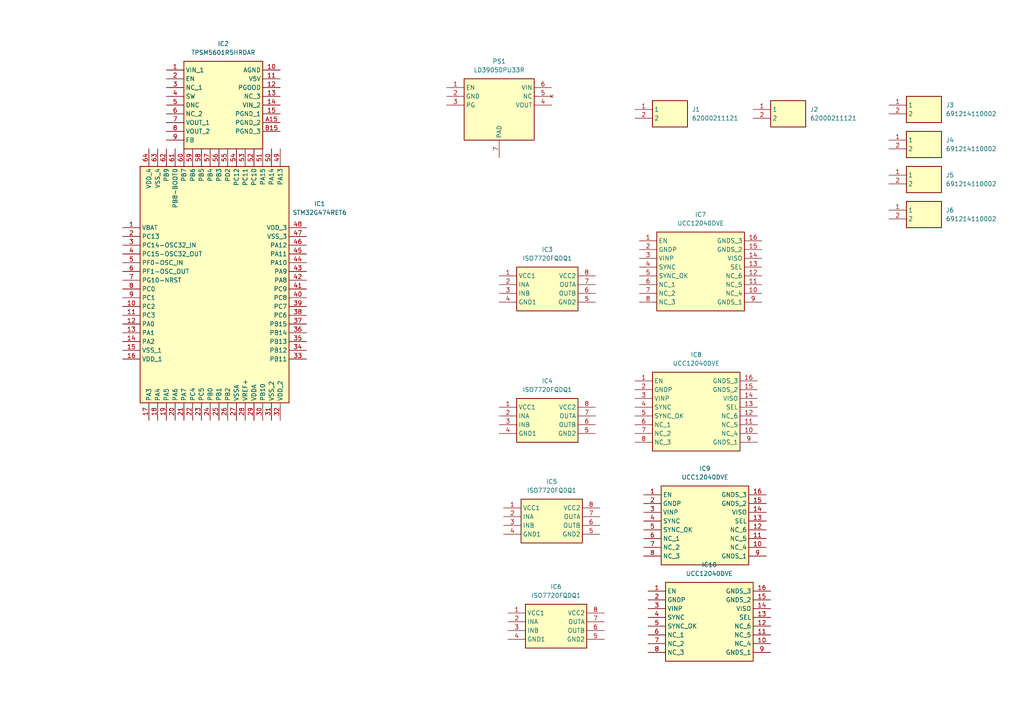
<source format=kicad_sch>
(kicad_sch (version 20230121) (generator eeschema)
  (paper "A4")
  (lib_symbols
    (symbol "SamacSys_Parts:62000211121"
      (property "Reference" "J" (at 16.51 7.62 0))
      (property "Value" "62000211121" (at 16.51 5.08 0))
      (symbol "62000211121_1_1"
        (rectangle (start 5.08 2.54) (end 15.24 -5.08) (stroke (width 0.254)) (fill (type background)))
        (pin passive line (at 0 0 0) (length 5.08) (name "1") (number "1"))
        (pin passive line (at 0 -2.54 0) (length 5.08) (name "2") (number "2"))
      )
    )
    (symbol "SamacSys_Parts:691214110002"
      (property "Reference" "J" (at 16.51 7.62 0))
      (property "Value" "691214110002" (at 16.51 5.08 0))
      (symbol "691214110002_1_1"
        (rectangle (start 5.08 2.54) (end 15.24 -5.08) (stroke (width 0.254)) (fill (type background)))
        (pin passive line (at 0 0 0) (length 5.08) (name "1") (number "1"))
        (pin passive line (at 0 -2.54 0) (length 5.08) (name "2") (number "2"))
      )
    )
    (symbol "SamacSys_Parts:ISO7720FQDQ1"
      (property "Reference" "IC" (at 24.13 7.62 0))
      (property "Value" "ISO7720FQDQ1" (at 24.13 5.08 0))
      (symbol "ISO7720FQDQ1_1_1"
        (rectangle (start 5.08 2.54) (end 22.86 -10.16) (stroke (width 0.254)) (fill (type background)))
        (pin passive line (at 0 0 0) (length 5.08) (name "VCC1") (number "1"))
        (pin passive line (at 0 -2.54 0) (length 5.08) (name "INA") (number "2"))
        (pin passive line (at 0 -5.08 0) (length 5.08) (name "INB") (number "3"))
        (pin passive line (at 0 -7.62 0) (length 5.08) (name "GND1") (number "4"))
        (pin passive line (at 27.94 -7.62 180) (length 5.08) (name "GND2") (number "5"))
        (pin passive line (at 27.94 -5.08 180) (length 5.08) (name "OUTB") (number "6"))
        (pin passive line (at 27.94 -2.54 180) (length 5.08) (name "OUTA") (number "7"))
        (pin passive line (at 27.94 0 180) (length 5.08) (name "VCC2") (number "8"))
      )
    )
    (symbol "SamacSys_Parts:LD39050PU33R"
      (property "Reference" "PS" (at 26.67 7.62 0))
      (property "Value" "LD39050PU33R" (at 26.67 5.08 0))
      (symbol "LD39050PU33R_1_1"
        (rectangle (start 5.08 2.54) (end 25.4 -15.24) (stroke (width 0.254)) (fill (type background)))
        (pin input line (at 0 0 0) (length 5.08) (name "EN") (number "1"))
        (pin power_in line (at 0 -2.54 0) (length 5.08) (name "GND") (number "2"))
        (pin output line (at 0 -5.08 0) (length 5.08) (name "PG") (number "3"))
        (pin output line (at 30.48 -5.08 180) (length 5.08) (name "VOUT") (number "4"))
        (pin no_connect line (at 30.48 -2.54 180) (length 5.08) (name "NC") (number "5"))
        (pin power_in line (at 30.48 0 180) (length 5.08) (name "VIN") (number "6"))
        (pin power_in line (at 15.24 -20.32 90) (length 5.08) (name "PAD") (number "7"))
      )
    )
    (symbol "SamacSys_Parts:STM32G474RET6"
      (property "Reference" "IC" (at 49.53 22.86 0))
      (property "Value" "STM32G474RET6" (at 49.53 20.32 0))
      (symbol "STM32G474RET6_1_1"
        (rectangle (start 5.08 17.78) (end 48.26 -50.8) (stroke (width 0.254)) (fill (type background)))
        (pin passive line (at 0 0 0) (length 5.08) (name "VBAT") (number "1"))
        (pin passive line (at 0 -22.86 0) (length 5.08) (name "PC2") (number "10"))
        (pin passive line (at 0 -25.4 0) (length 5.08) (name "PC3") (number "11"))
        (pin passive line (at 0 -27.94 0) (length 5.08) (name "PA0") (number "12"))
        (pin passive line (at 0 -30.48 0) (length 5.08) (name "PA1") (number "13"))
        (pin passive line (at 0 -33.02 0) (length 5.08) (name "PA2") (number "14"))
        (pin passive line (at 0 -35.56 0) (length 5.08) (name "VSS_1") (number "15"))
        (pin passive line (at 0 -38.1 0) (length 5.08) (name "VDD_1") (number "16"))
        (pin passive line (at 7.62 -55.88 90) (length 5.08) (name "PA3") (number "17"))
        (pin passive line (at 10.16 -55.88 90) (length 5.08) (name "PA4") (number "18"))
        (pin passive line (at 12.7 -55.88 90) (length 5.08) (name "PA5") (number "19"))
        (pin passive line (at 0 -2.54 0) (length 5.08) (name "PC13") (number "2"))
        (pin passive line (at 15.24 -55.88 90) (length 5.08) (name "PA6") (number "20"))
        (pin passive line (at 17.78 -55.88 90) (length 5.08) (name "PA7") (number "21"))
        (pin passive line (at 20.32 -55.88 90) (length 5.08) (name "PC4") (number "22"))
        (pin passive line (at 22.86 -55.88 90) (length 5.08) (name "PC5") (number "23"))
        (pin passive line (at 25.4 -55.88 90) (length 5.08) (name "PB0") (number "24"))
        (pin passive line (at 27.94 -55.88 90) (length 5.08) (name "PB1") (number "25"))
        (pin passive line (at 30.48 -55.88 90) (length 5.08) (name "PB2") (number "26"))
        (pin passive line (at 33.02 -55.88 90) (length 5.08) (name "VSSA") (number "27"))
        (pin passive line (at 35.56 -55.88 90) (length 5.08) (name "VREF+") (number "28"))
        (pin passive line (at 38.1 -55.88 90) (length 5.08) (name "VDDA") (number "29"))
        (pin passive line (at 0 -5.08 0) (length 5.08) (name "PC14-OSC32_IN") (number "3"))
        (pin passive line (at 40.64 -55.88 90) (length 5.08) (name "PB10") (number "30"))
        (pin passive line (at 43.18 -55.88 90) (length 5.08) (name "VSS_2") (number "31"))
        (pin passive line (at 45.72 -55.88 90) (length 5.08) (name "VDD_2") (number "32"))
        (pin passive line (at 53.34 -38.1 180) (length 5.08) (name "PB11") (number "33"))
        (pin passive line (at 53.34 -35.56 180) (length 5.08) (name "PB12") (number "34"))
        (pin passive line (at 53.34 -33.02 180) (length 5.08) (name "PB13") (number "35"))
        (pin passive line (at 53.34 -30.48 180) (length 5.08) (name "PB14") (number "36"))
        (pin passive line (at 53.34 -27.94 180) (length 5.08) (name "PB15") (number "37"))
        (pin passive line (at 53.34 -25.4 180) (length 5.08) (name "PC6") (number "38"))
        (pin passive line (at 53.34 -22.86 180) (length 5.08) (name "PC7") (number "39"))
        (pin passive line (at 0 -7.62 0) (length 5.08) (name "PC15-OSC32_OUT") (number "4"))
        (pin passive line (at 53.34 -20.32 180) (length 5.08) (name "PC8") (number "40"))
        (pin passive line (at 53.34 -17.78 180) (length 5.08) (name "PC9") (number "41"))
        (pin passive line (at 53.34 -15.24 180) (length 5.08) (name "PA8") (number "42"))
        (pin passive line (at 53.34 -12.7 180) (length 5.08) (name "PA9") (number "43"))
        (pin passive line (at 53.34 -10.16 180) (length 5.08) (name "PA10") (number "44"))
        (pin passive line (at 53.34 -7.62 180) (length 5.08) (name "PA11") (number "45"))
        (pin passive line (at 53.34 -5.08 180) (length 5.08) (name "PA12") (number "46"))
        (pin passive line (at 53.34 -2.54 180) (length 5.08) (name "VSS_3") (number "47"))
        (pin passive line (at 53.34 0 180) (length 5.08) (name "VDD_3") (number "48"))
        (pin passive line (at 45.72 22.86 270) (length 5.08) (name "PA13") (number "49"))
        (pin passive line (at 0 -10.16 0) (length 5.08) (name "PF0-OSC_IN") (number "5"))
        (pin passive line (at 43.18 22.86 270) (length 5.08) (name "PA14") (number "50"))
        (pin passive line (at 40.64 22.86 270) (length 5.08) (name "PA15") (number "51"))
        (pin passive line (at 38.1 22.86 270) (length 5.08) (name "PC10") (number "52"))
        (pin passive line (at 35.56 22.86 270) (length 5.08) (name "PC11") (number "53"))
        (pin passive line (at 33.02 22.86 270) (length 5.08) (name "PC12") (number "54"))
        (pin passive line (at 30.48 22.86 270) (length 5.08) (name "PD2") (number "55"))
        (pin passive line (at 27.94 22.86 270) (length 5.08) (name "PB3") (number "56"))
        (pin passive line (at 25.4 22.86 270) (length 5.08) (name "PB4") (number "57"))
        (pin passive line (at 22.86 22.86 270) (length 5.08) (name "PB5") (number "58"))
        (pin passive line (at 20.32 22.86 270) (length 5.08) (name "PB6") (number "59"))
        (pin passive line (at 0 -12.7 0) (length 5.08) (name "PF1-OSC_OUT") (number "6"))
        (pin passive line (at 17.78 22.86 270) (length 5.08) (name "PB7") (number "60"))
        (pin passive line (at 15.24 22.86 270) (length 5.08) (name "PB8-BOOT0") (number "61"))
        (pin passive line (at 12.7 22.86 270) (length 5.08) (name "PB9") (number "62"))
        (pin passive line (at 10.16 22.86 270) (length 5.08) (name "VSS_4") (number "63"))
        (pin passive line (at 7.62 22.86 270) (length 5.08) (name "VDD_4") (number "64"))
        (pin passive line (at 0 -15.24 0) (length 5.08) (name "PG10-NRST") (number "7"))
        (pin passive line (at 0 -17.78 0) (length 5.08) (name "PC0") (number "8"))
        (pin passive line (at 0 -20.32 0) (length 5.08) (name "PC1") (number "9"))
      )
    )
    (symbol "SamacSys_Parts:TPSM5601R5HRDAR"
      (property "Reference" "IC" (at 29.21 7.62 0))
      (property "Value" "TPSM5601R5HRDAR" (at 29.21 5.08 0))
      (symbol "TPSM5601R5HRDAR_1_1"
        (rectangle (start 5.08 2.54) (end 27.94 -22.86) (stroke (width 0.254)) (fill (type background)))
        (pin passive line (at 0 0 0) (length 5.08) (name "VIN_1") (number "1"))
        (pin passive line (at 33.02 0 180) (length 5.08) (name "AGND") (number "10"))
        (pin passive line (at 33.02 -2.54 180) (length 5.08) (name "V5V") (number "11"))
        (pin passive line (at 33.02 -5.08 180) (length 5.08) (name "PGOOD") (number "12"))
        (pin passive line (at 33.02 -7.62 180) (length 5.08) (name "NC_3") (number "13"))
        (pin passive line (at 33.02 -10.16 180) (length 5.08) (name "VIN_2") (number "14"))
        (pin passive line (at 33.02 -12.7 180) (length 5.08) (name "PGND_1") (number "15"))
        (pin passive line (at 0 -2.54 0) (length 5.08) (name "EN") (number "2"))
        (pin passive line (at 0 -5.08 0) (length 5.08) (name "NC_1") (number "3"))
        (pin passive line (at 0 -7.62 0) (length 5.08) (name "SW") (number "4"))
        (pin passive line (at 0 -10.16 0) (length 5.08) (name "DNC") (number "5"))
        (pin passive line (at 0 -12.7 0) (length 5.08) (name "NC_2") (number "6"))
        (pin passive line (at 0 -15.24 0) (length 5.08) (name "VOUT_1") (number "7"))
        (pin passive line (at 0 -17.78 0) (length 5.08) (name "VOUT_2") (number "8"))
        (pin passive line (at 0 -20.32 0) (length 5.08) (name "FB") (number "9"))
        (pin passive line (at 33.02 -15.24 180) (length 5.08) (name "PGND_2") (number "A15"))
        (pin passive line (at 33.02 -17.78 180) (length 5.08) (name "PGND_3") (number "B15"))
      )
    )
    (symbol "SamacSys_Parts:TSZU52C3V3_RGG" (pin_names hide)
      (property "Reference" "Z" (at 10.16 8.89 0))
      (property "Value" "TSZU52C3V3_RGG" (at 10.16 6.35 0))
      (symbol "TSZU52C3V3_RGG_1_1"
        (polyline (pts (xy 2.54 0) (xy 5.08 0)) (stroke (width 0.254)))
        (polyline (pts (xy 4.064 -2.54) (xy 5.08 -2.032)) (stroke (width 0.254)))
        (polyline (pts (xy 5.08 2.032) (xy 5.08 -2.032)) (stroke (width 0.254)))
        (polyline (pts (xy 5.08 2.032) (xy 6.096 2.54)) (stroke (width 0.254)))
        (polyline (pts (xy 12.7 0) (xy 10.16 0)) (stroke (width 0.254)))
        (polyline (pts (xy 5.08 0) (xy 10.16 2.54) (xy 10.16 -2.54) (xy 5.08 0)) (stroke (width 0.254)) (fill (type outline)))
        (pin passive line (at 0 0 0) (length 2.54) (name "K") (number "1"))
        (pin passive line (at 15.24 0 180) (length 2.54) (name "A") (number "2"))
      )
    )
    (symbol "SamacSys_Parts:UCC12040DVE"
      (property "Reference" "IC" (at 31.75 7.62 0))
      (property "Value" "UCC12040DVE" (at 31.75 5.08 0))
      (symbol "UCC12040DVE_1_1"
        (rectangle (start 5.08 2.54) (end 30.48 -20.32) (stroke (width 0.254)) (fill (type background)))
        (pin passive line (at 0 0 0) (length 5.08) (name "EN") (number "1"))
        (pin passive line (at 35.56 -15.24 180) (length 5.08) (name "NC_4") (number "10"))
        (pin passive line (at 35.56 -12.7 180) (length 5.08) (name "NC_5") (number "11"))
        (pin passive line (at 35.56 -10.16 180) (length 5.08) (name "NC_6") (number "12"))
        (pin passive line (at 35.56 -7.62 180) (length 5.08) (name "SEL") (number "13"))
        (pin passive line (at 35.56 -5.08 180) (length 5.08) (name "VISO") (number "14"))
        (pin passive line (at 35.56 -2.54 180) (length 5.08) (name "GNDS_2") (number "15"))
        (pin passive line (at 35.56 0 180) (length 5.08) (name "GNDS_3") (number "16"))
        (pin passive line (at 0 -2.54 0) (length 5.08) (name "GNDP") (number "2"))
        (pin passive line (at 0 -5.08 0) (length 5.08) (name "VINP") (number "3"))
        (pin passive line (at 0 -7.62 0) (length 5.08) (name "SYNC") (number "4"))
        (pin passive line (at 0 -10.16 0) (length 5.08) (name "SYNC_OK") (number "5"))
        (pin passive line (at 0 -12.7 0) (length 5.08) (name "NC_1") (number "6"))
        (pin passive line (at 0 -15.24 0) (length 5.08) (name "NC_2") (number "7"))
        (pin passive line (at 0 -17.78 0) (length 5.08) (name "NC_3") (number "8"))
        (pin passive line (at 35.56 -17.78 180) (length 5.08) (name "GNDS_1") (number "9"))
      )
    )
  )
  (symbol (lib_id "SamacSys_Parts:ISO7720FQDQ1") (at 147.32 177.8 0) (unit 1)
    (property "Reference" "IC6" (at 161.29 170.18 0))
    (property "Value" "ISO7720FQDQ1" (at 161.29 172.72 0))
    (property "Footprint" "SOIC127P600X175-8N" (effects hide))
    (property "Datasheet" "http://www.ti.com/lit/gpn/ISO7720-Q1" (effects hide))
    (property "Height" "1.75" (effects hide))
    (property "Mouser Part Number" "595-ISO7720FQDQ1" (effects hide))
    (property "Mouser Price/Stock" "https://www.mouser.co.uk/ProductDetail/Texas-Instruments/ISO7720FQDQ1?qs=5aG0NVq1C4zDsk0s%2F94qMQ%3D%3D" (effects hide))
    (property "Manufacturer_Name" "Texas Instruments" (effects hide))
    (property "Manufacturer_Part_Number" "ISO7720FQDQ1" (effects hide))
  )
  (symbol (lib_id "SamacSys_Parts:691214110002") (at 257.81 30.48 0) (unit 1)
    (property "Reference" "J3" (at 274.32 30.48 0) (effects (justify left)))
    (property "Value" "691214110002" (at 274.32 33.02 0) (effects (justify left)))
    (property "Footprint" "691214110002" (effects hide))
    (property "Height" "8.7" (effects hide))
    (property "Mouser Part Number" "710-691214110002" (effects hide))
    (property "Mouser Price/Stock" "https://www.mouser.co.uk/ProductDetail/Wurth-Elektronik/691214110002?qs=7gQLVZk5cPmb9EqUyfv%252B2g%3D%3D" (effects hide))
    (property "Manufacturer_Name" "Wurth Elektronik" (effects hide))
    (property "Manufacturer_Part_Number" "691214110002" (effects hide))
  )
  (symbol (lib_id "SamacSys_Parts:LD39050PU33R") (at 129.54 25.4 0) (unit 1)
    (property "Reference" "PS1" (at 144.78 17.78 0))
    (property "Value" "LD39050PU33R" (at 144.78 20.32 0))
    (property "Footprint" "SON95P300X300X100-7N-D" (effects hide))
    (property "Datasheet" "https://componentsearchengine.com/Datasheets/2/LD39050PU33R.pdf" (effects hide))
    (property "Height" "1" (effects hide))
    (property "Mouser Part Number" "511-LD39050PU33R" (effects hide))
    (property "Mouser Price/Stock" "https://www.mouser.co.uk/ProductDetail/STMicroelectronics/LD39050PU33R?qs=5HwTSiuA5HCrgw9sKi%2FGcQ%3D%3D" (effects hide))
    (property "Manufacturer_Name" "STMicroelectronics" (effects hide))
    (property "Manufacturer_Part_Number" "LD39050PU33R" (effects hide))
  )
  (symbol (lib_id "SamacSys_Parts:TSZU52C3V3_RGG") (at 346.71 43.18 270) (unit 1)
    (property "Reference" "Z2" (at 350.52 49.53 90) (effects (justify left)))
    (property "Value" "TSZU52C3V3_RGG" (at 350.52 52.07 90) (effects (justify left)))
    (property "Footprint" "TSZU52C3V3RGG" (effects hide))
    (property "Datasheet" "https://www.taiwansemi.com/assets/uploads/datasheet/TSZU52C2V0%20SERIES_G2009.pdf" (effects hide))
    (property "Height" "0.85" (effects hide))
    (property "Mouser Part Number" "821-TSZU52C3V3RGG" (effects hide))
    (property "Mouser Price/Stock" "https://www.mouser.co.uk/ProductDetail/Taiwan-Semiconductor/TSZU52C3V3-RGG?qs=QEzMiVqgwc2LOQHSCGq8kg%3D%3D" (effects hide))
    (property "Manufacturer_Name" "Taiwan Semiconductor" (effects hide))
    (property "Manufacturer_Part_Number" "TSZU52C3V3 RGG" (effects hide))
  )
  (symbol (lib_id "SamacSys_Parts:STM32G474RET6") (at 35.56 66.04 0) (unit 1)
    (property "Reference" "IC1" (at 92.71 59.1119 0))
    (property "Value" "STM32G474RET6" (at 92.71 61.6519 0))
    (property "Footprint" "QFP50P1200X1200X160-64N" (effects hide))
    (property "Datasheet" "https://www.st.com/resource/en/datasheet/stm32g474re.pdf" (effects hide))
    (property "Height" "1.6" (effects hide))
    (property "Mouser Part Number" "511-STM32G474RET6" (effects hide))
    (property "Mouser Price/Stock" "https://www.mouser.co.uk/ProductDetail/STMicroelectronics/STM32G474RET6?qs=PzGy0jfpSMvUBs7PMTDqlg%3D%3D" (effects hide))
    (property "Manufacturer_Name" "STMicroelectronics" (effects hide))
    (property "Manufacturer_Part_Number" "STM32G474RET6" (effects hide))
  )
  (symbol (lib_id "SamacSys_Parts:691214110002") (at 257.81 40.64 0) (unit 1)
    (property "Reference" "J4" (at 274.32 40.64 0) (effects (justify left)))
    (property "Value" "691214110002" (at 274.32 43.18 0) (effects (justify left)))
    (property "Footprint" "691214110002" (effects hide))
    (property "Height" "8.7" (effects hide))
    (property "Mouser Part Number" "710-691214110002" (effects hide))
    (property "Mouser Price/Stock" "https://www.mouser.co.uk/ProductDetail/Wurth-Elektronik/691214110002?qs=7gQLVZk5cPmb9EqUyfv%252B2g%3D%3D" (effects hide))
    (property "Manufacturer_Name" "Wurth Elektronik" (effects hide))
    (property "Manufacturer_Part_Number" "691214110002" (effects hide))
  )
  (symbol (lib_id "SamacSys_Parts:UCC12040DVE") (at 184.15 110.49 0) (unit 1)
    (property "Reference" "IC8" (at 201.93 102.87 0))
    (property "Value" "UCC12040DVE" (at 201.93 105.41 0))
    (property "Footprint" "SOIC127P1030X265-16N" (effects hide))
    (property "Datasheet" "https://www.ti.com/lit/gpn/UCC12040" (effects hide))
    (property "Height" "2.65" (effects hide))
    (property "Mouser Part Number" "595-UCC12040DVE" (effects hide))
    (property "Mouser Price/Stock" "https://www.mouser.co.uk/ProductDetail/Texas-Instruments/UCC12040DVE?qs=xZ%2FP%252Ba9zWqaWnn41WPN4Eg%3D%3D" (effects hide))
    (property "Manufacturer_Name" "Texas Instruments" (effects hide))
    (property "Manufacturer_Part_Number" "UCC12040DVE" (effects hide))
  )
  (symbol (lib_id "SamacSys_Parts:691214110002") (at 257.81 50.8 0) (unit 1)
    (property "Reference" "J5" (at 274.32 50.8 0) (effects (justify left)))
    (property "Value" "691214110002" (at 274.32 53.34 0) (effects (justify left)))
    (property "Footprint" "691214110002" (effects hide))
    (property "Height" "8.7" (effects hide))
    (property "Mouser Part Number" "710-691214110002" (effects hide))
    (property "Mouser Price/Stock" "https://www.mouser.co.uk/ProductDetail/Wurth-Elektronik/691214110002?qs=7gQLVZk5cPmb9EqUyfv%252B2g%3D%3D" (effects hide))
    (property "Manufacturer_Name" "Wurth Elektronik" (effects hide))
    (property "Manufacturer_Part_Number" "691214110002" (effects hide))
  )
  (symbol (lib_id "SamacSys_Parts:62000211121") (at 218.44 31.75 0) (unit 1)
    (property "Reference" "J2" (at 234.95 31.75 0) (effects (justify left)))
    (property "Value" "62000211121" (at 234.95 34.29 0) (effects (justify left)))
    (property "Footprint" "62000211121" (effects hide))
    (property "Datasheet" "https://www.we-online.com/catalog/datasheet/62000211121.pdf" (effects hide))
    (property "Height" "6.35" (effects hide))
    (property "Mouser Part Number" "710-62000211121" (effects hide))
    (property "Mouser Price/Stock" "https://www.mouser.co.uk/ProductDetail/Wurth-Elektronik/62000211121?qs=7D1LtPJG0i1A2GLXno%252BDVQ%3D%3D" (effects hide))
    (property "Manufacturer_Name" "Wurth Elektronik" (effects hide))
    (property "Manufacturer_Part_Number" "62000211121" (effects hide))
  )
  (symbol (lib_id "SamacSys_Parts:UCC12040DVE") (at 185.42 69.85 0) (unit 1)
    (property "Reference" "IC7" (at 203.2 62.23 0))
    (property "Value" "UCC12040DVE" (at 203.2 64.77 0))
    (property "Footprint" "SOIC127P1030X265-16N" (effects hide))
    (property "Datasheet" "https://www.ti.com/lit/gpn/UCC12040" (effects hide))
    (property "Height" "2.65" (effects hide))
    (property "Mouser Part Number" "595-UCC12040DVE" (effects hide))
    (property "Mouser Price/Stock" "https://www.mouser.co.uk/ProductDetail/Texas-Instruments/UCC12040DVE?qs=xZ%2FP%252Ba9zWqaWnn41WPN4Eg%3D%3D" (effects hide))
    (property "Manufacturer_Name" "Texas Instruments" (effects hide))
    (property "Manufacturer_Part_Number" "UCC12040DVE" (effects hide))
  )
  (symbol (lib_id "SamacSys_Parts:ISO7720FQDQ1") (at 146.05 147.32 0) (unit 1)
    (property "Reference" "IC5" (at 160.02 139.7 0))
    (property "Value" "ISO7720FQDQ1" (at 160.02 142.24 0))
    (property "Footprint" "SOIC127P600X175-8N" (effects hide))
    (property "Datasheet" "http://www.ti.com/lit/gpn/ISO7720-Q1" (effects hide))
    (property "Height" "1.75" (effects hide))
    (property "Mouser Part Number" "595-ISO7720FQDQ1" (effects hide))
    (property "Mouser Price/Stock" "https://www.mouser.co.uk/ProductDetail/Texas-Instruments/ISO7720FQDQ1?qs=5aG0NVq1C4zDsk0s%2F94qMQ%3D%3D" (effects hide))
    (property "Manufacturer_Name" "Texas Instruments" (effects hide))
    (property "Manufacturer_Part_Number" "ISO7720FQDQ1" (effects hide))
  )
  (symbol (lib_id "SamacSys_Parts:ISO7720FQDQ1") (at 144.78 80.01 0) (unit 1)
    (property "Reference" "IC3" (at 158.75 72.39 0))
    (property "Value" "ISO7720FQDQ1" (at 158.75 74.93 0))
    (property "Footprint" "SOIC127P600X175-8N" (effects hide))
    (property "Datasheet" "http://www.ti.com/lit/gpn/ISO7720-Q1" (effects hide))
    (property "Height" "1.75" (effects hide))
    (property "Mouser Part Number" "595-ISO7720FQDQ1" (effects hide))
    (property "Mouser Price/Stock" "https://www.mouser.co.uk/ProductDetail/Texas-Instruments/ISO7720FQDQ1?qs=5aG0NVq1C4zDsk0s%2F94qMQ%3D%3D" (effects hide))
    (property "Manufacturer_Name" "Texas Instruments" (effects hide))
    (property "Manufacturer_Part_Number" "ISO7720FQDQ1" (effects hide))
  )
  (symbol (lib_id "SamacSys_Parts:UCC12040DVE") (at 186.69 143.51 0) (unit 1)
    (property "Reference" "IC9" (at 204.47 135.89 0))
    (property "Value" "UCC12040DVE" (at 204.47 138.43 0))
    (property "Footprint" "SOIC127P1030X265-16N" (effects hide))
    (property "Datasheet" "https://www.ti.com/lit/gpn/UCC12040" (effects hide))
    (property "Height" "2.65" (effects hide))
    (property "Mouser Part Number" "595-UCC12040DVE" (effects hide))
    (property "Mouser Price/Stock" "https://www.mouser.co.uk/ProductDetail/Texas-Instruments/UCC12040DVE?qs=xZ%2FP%252Ba9zWqaWnn41WPN4Eg%3D%3D" (effects hide))
    (property "Manufacturer_Name" "Texas Instruments" (effects hide))
    (property "Manufacturer_Part_Number" "UCC12040DVE" (effects hide))
  )
  (symbol (lib_id "SamacSys_Parts:62000211121") (at 184.15 31.75 0) (unit 1)
    (property "Reference" "J1" (at 200.66 31.75 0) (effects (justify left)))
    (property "Value" "62000211121" (at 200.66 34.29 0) (effects (justify left)))
    (property "Footprint" "62000211121" (effects hide))
    (property "Datasheet" "https://www.we-online.com/catalog/datasheet/62000211121.pdf" (effects hide))
    (property "Height" "6.35" (effects hide))
    (property "Mouser Part Number" "710-62000211121" (effects hide))
    (property "Mouser Price/Stock" "https://www.mouser.co.uk/ProductDetail/Wurth-Elektronik/62000211121?qs=7D1LtPJG0i1A2GLXno%252BDVQ%3D%3D" (effects hide))
    (property "Manufacturer_Name" "Wurth Elektronik" (effects hide))
    (property "Manufacturer_Part_Number" "62000211121" (effects hide))
  )
  (symbol (lib_id "SamacSys_Parts:ISO7720FQDQ1") (at 144.78 118.11 0) (unit 1)
    (property "Reference" "IC4" (at 158.75 110.49 0))
    (property "Value" "ISO7720FQDQ1" (at 158.75 113.03 0))
    (property "Footprint" "SOIC127P600X175-8N" (effects hide))
    (property "Datasheet" "http://www.ti.com/lit/gpn/ISO7720-Q1" (effects hide))
    (property "Height" "1.75" (effects hide))
    (property "Mouser Part Number" "595-ISO7720FQDQ1" (effects hide))
    (property "Mouser Price/Stock" "https://www.mouser.co.uk/ProductDetail/Texas-Instruments/ISO7720FQDQ1?qs=5aG0NVq1C4zDsk0s%2F94qMQ%3D%3D" (effects hide))
    (property "Manufacturer_Name" "Texas Instruments" (effects hide))
    (property "Manufacturer_Part_Number" "ISO7720FQDQ1" (effects hide))
  )
  (symbol (lib_id "SamacSys_Parts:TPSM5601R5HRDAR") (at 48.26 20.32 0) (unit 1)
    (property "Reference" "IC2" (at 64.77 12.7 0))
    (property "Value" "TPSM5601R5HRDAR" (at 64.77 15.24 0))
    (property "Footprint" "TPSM5601R5HRDAR" (effects hide))
    (property "Datasheet" "https://www.ti.com/lit/ds/symlink/tpsm5601r5h.pdf?ts=1615877083661&ref_url=https%253A%252F%252Fwww.ti.com%252Fproduct%252FTPSM5601R5H%253FkeyMatch%253DTPSM5601R5HSRDAR%2526tisearch%253DSearch-EN-everything%2526usecase%253DOPN" (effects hide))
    (property "Height" "4.1" (effects hide))
    (property "Mouser Part Number" "595-TPSM5601R5HRDAR" (effects hide))
    (property "Mouser Price/Stock" "https://www.mouser.co.uk/ProductDetail/Texas-Instruments/TPSM5601R5HRDAR?qs=DRkmTr78QATQ%2Fa%252BD5iQJyg%3D%3D" (effects hide))
    (property "Manufacturer_Name" "Texas Instruments" (effects hide))
    (property "Manufacturer_Part_Number" "TPSM5601R5HRDAR" (effects hide))
  )
  (symbol (lib_id "SamacSys_Parts:UCC12040DVE") (at 187.96 171.45 0) (unit 1)
    (property "Reference" "IC10" (at 205.74 163.83 0))
    (property "Value" "UCC12040DVE" (at 205.74 166.37 0))
    (property "Footprint" "SOIC127P1030X265-16N" (effects hide))
    (property "Datasheet" "https://www.ti.com/lit/gpn/UCC12040" (effects hide))
    (property "Height" "2.65" (effects hide))
    (property "Mouser Part Number" "595-UCC12040DVE" (effects hide))
    (property "Mouser Price/Stock" "https://www.mouser.co.uk/ProductDetail/Texas-Instruments/UCC12040DVE?qs=xZ%2FP%252Ba9zWqaWnn41WPN4Eg%3D%3D" (effects hide))
    (property "Manufacturer_Name" "Texas Instruments" (effects hide))
    (property "Manufacturer_Part_Number" "UCC12040DVE" (effects hide))
  )
  (symbol (lib_id "SamacSys_Parts:691214110002") (at 257.81 60.96 0) (unit 1)
    (property "Reference" "J6" (at 274.32 60.96 0) (effects (justify left)))
    (property "Value" "691214110002" (at 274.32 63.5 0) (effects (justify left)))
    (property "Footprint" "691214110002" (effects hide))
    (property "Height" "8.7" (effects hide))
    (property "Mouser Part Number" "710-691214110002" (effects hide))
    (property "Mouser Price/Stock" "https://www.mouser.co.uk/ProductDetail/Wurth-Elektronik/691214110002?qs=7gQLVZk5cPmb9EqUyfv%252B2g%3D%3D" (effects hide))
    (property "Manufacturer_Name" "Wurth Elektronik" (effects hide))
    (property "Manufacturer_Part_Number" "691214110002" (effects hide))
  )
  (symbol (lib_id "SamacSys_Parts:TSZU52C3V3_RGG") (at 307.34 41.91 270) (unit 1)
    (property "Reference" "Z1" (at 311.15 48.26 90) (effects (justify left)))
    (property "Value" "TSZU52C3V3_RGG" (at 311.15 50.8 90) (effects (justify left)))
    (property "Footprint" "TSZU52C3V3RGG" (effects hide))
    (property "Datasheet" "https://www.taiwansemi.com/assets/uploads/datasheet/TSZU52C2V0%20SERIES_G2009.pdf" (effects hide))
    (property "Height" "0.85" (effects hide))
    (property "Mouser Part Number" "821-TSZU52C3V3RGG" (effects hide))
    (property "Mouser Price/Stock" "https://www.mouser.co.uk/ProductDetail/Taiwan-Semiconductor/TSZU52C3V3-RGG?qs=QEzMiVqgwc2LOQHSCGq8kg%3D%3D" (effects hide))
    (property "Manufacturer_Name" "Taiwan Semiconductor" (effects hide))
    (property "Manufacturer_Part_Number" "TSZU52C3V3 RGG" (effects hide))
  )
)
</source>
